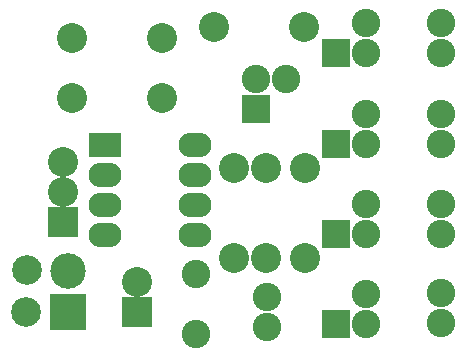
<source format=gbs>
G04 (created by PCBNEW-RS274X (2011-12-21 BZR 3253)-stable) date 29/03/2012 15:53:19*
G01*
G70*
G90*
%MOIN*%
G04 Gerber Fmt 3.4, Leading zero omitted, Abs format*
%FSLAX34Y34*%
G04 APERTURE LIST*
%ADD10C,0.006000*%
%ADD11R,0.095000X0.095000*%
%ADD12C,0.095000*%
%ADD13R,0.118400X0.118400*%
%ADD14C,0.118400*%
%ADD15C,0.098700*%
%ADD16C,0.100000*%
%ADD17R,0.110000X0.082000*%
%ADD18O,0.110000X0.082000*%
%ADD19R,0.100000X0.100000*%
G04 APERTURE END LIST*
G54D10*
G54D11*
X46510Y-24950D03*
G54D12*
X47510Y-23950D03*
X46510Y-23950D03*
G54D13*
X40250Y-31700D03*
G54D14*
X40250Y-30350D03*
G54D15*
X38850Y-31700D03*
X38900Y-30300D03*
G54D16*
X43385Y-22565D03*
X43385Y-24565D03*
X40385Y-22565D03*
X40385Y-24565D03*
G54D11*
X49200Y-32100D03*
G54D12*
X50200Y-32100D03*
X50200Y-31100D03*
X52700Y-26100D03*
X52700Y-25100D03*
G54D17*
X41500Y-26150D03*
G54D18*
X41500Y-27150D03*
X41500Y-28150D03*
X41500Y-29150D03*
X44500Y-29150D03*
X44500Y-28150D03*
X44500Y-27150D03*
X44500Y-26150D03*
G54D19*
X42550Y-31700D03*
G54D16*
X42550Y-30700D03*
G54D12*
X52675Y-29100D03*
X52675Y-28100D03*
X52700Y-32095D03*
X52700Y-31095D03*
X46900Y-32200D03*
X46900Y-31200D03*
G54D16*
X48150Y-26900D03*
X48150Y-29900D03*
X45120Y-22230D03*
X48120Y-22230D03*
X46850Y-29900D03*
X46850Y-26900D03*
X45800Y-26900D03*
X45800Y-29900D03*
G54D11*
X49170Y-23080D03*
G54D12*
X50170Y-23080D03*
X50170Y-22080D03*
G54D11*
X49200Y-26100D03*
G54D12*
X50200Y-26100D03*
X50200Y-25100D03*
G54D11*
X49200Y-29100D03*
G54D12*
X50200Y-29100D03*
X50200Y-28100D03*
X52695Y-23090D03*
X52695Y-22090D03*
X44520Y-32455D03*
X44520Y-30455D03*
G54D19*
X40100Y-28700D03*
G54D16*
X40100Y-27700D03*
X40100Y-26700D03*
M02*

</source>
